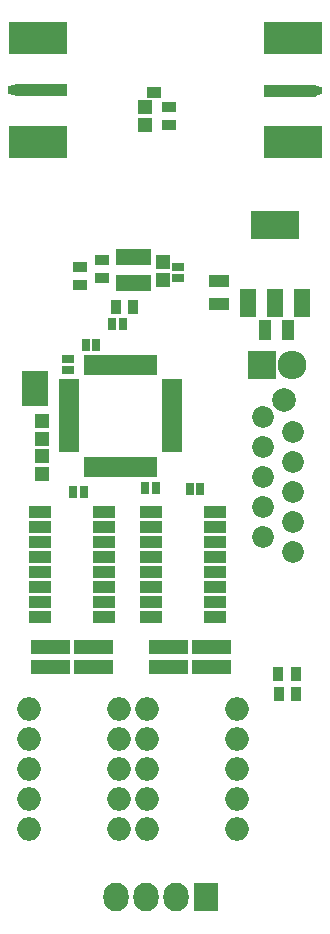
<source format=gts>
G04 #@! TF.FileFunction,Soldermask,Top*
%FSLAX46Y46*%
G04 Gerber Fmt 4.6, Leading zero omitted, Abs format (unit mm)*
G04 Created by KiCad (PCBNEW (2016-03-18 BZR 6629)-product) date Sa 16 Apr 2016 02:00:58 CEST*
%MOMM*%
G01*
G04 APERTURE LIST*
%ADD10C,0.100000*%
%ADD11O,2.000000X2.000000*%
%ADD12C,1.850000*%
%ADD13C,2.000000*%
%ADD14R,1.100000X1.700000*%
%ADD15R,1.700000X1.100000*%
%ADD16R,0.800000X1.000000*%
%ADD17R,1.000000X0.800000*%
%ADD18R,1.300000X0.900000*%
%ADD19R,0.900000X1.300000*%
%ADD20R,4.972000X2.813000*%
%ADD21R,4.471620X1.100000*%
%ADD22R,1.050000X1.460000*%
%ADD23R,4.057600X2.432000*%
%ADD24R,1.416000X2.432000*%
%ADD25R,1.700000X0.650000*%
%ADD26R,0.650000X1.700000*%
%ADD27R,0.700000X0.600000*%
%ADD28R,1.150000X1.200000*%
%ADD29R,2.200000X1.000000*%
%ADD30R,1.900000X1.000000*%
%ADD31R,0.849580X1.299160*%
%ADD32R,2.127200X2.432000*%
%ADD33O,2.127200X2.432000*%
%ADD34R,2.432000X2.432000*%
%ADD35O,2.432000X2.432000*%
G04 APERTURE END LIST*
D10*
D11*
X150350000Y-148900000D03*
X150350000Y-151440000D03*
X150350000Y-153980000D03*
X150350000Y-156520000D03*
X150350000Y-159060000D03*
X157970000Y-159060000D03*
X157970000Y-156520000D03*
X157970000Y-153980000D03*
X157970000Y-151440000D03*
X157970000Y-148900000D03*
D12*
X170180000Y-124160000D03*
X172720000Y-125430000D03*
X170180000Y-126700000D03*
X172720000Y-127970000D03*
X170180000Y-129240000D03*
X172720000Y-130510000D03*
X170180000Y-131780000D03*
X172720000Y-133050000D03*
X170180000Y-134320000D03*
X172720000Y-135590000D03*
D13*
X171980000Y-122760000D03*
D14*
X172300000Y-116800000D03*
X170400000Y-116800000D03*
D15*
X166475000Y-112700000D03*
X166475000Y-114600000D03*
D16*
X158322200Y-116333700D03*
X157422200Y-116333700D03*
D17*
X162972200Y-112383700D03*
X162972200Y-111483700D03*
D18*
X162200000Y-97950000D03*
X162200000Y-99450000D03*
X156572200Y-110883700D03*
X156572200Y-112383700D03*
D19*
X159222200Y-114833700D03*
X157722200Y-114833700D03*
D18*
X154672200Y-112983700D03*
X154672200Y-111483700D03*
D20*
X151140000Y-92120000D03*
D10*
G36*
X149548190Y-95990000D02*
X149548190Y-96990000D01*
X148647810Y-96790000D01*
X148647810Y-96190000D01*
X149548190Y-95990000D01*
X149548190Y-95990000D01*
G37*
D20*
X151140000Y-100920000D03*
D21*
X151384000Y-96490000D03*
D20*
X172710000Y-100920000D03*
D10*
G36*
X174301810Y-97050000D02*
X174301810Y-96050000D01*
X175202190Y-96250000D01*
X175202190Y-96850000D01*
X174301810Y-97050000D01*
X174301810Y-97050000D01*
G37*
D20*
X172710000Y-92120000D03*
D21*
X172466000Y-96550000D03*
D22*
X160172200Y-110658700D03*
X159222200Y-110658700D03*
X158272200Y-110658700D03*
X158272200Y-112858700D03*
X160172200Y-112858700D03*
X159222200Y-112858700D03*
D23*
X171182200Y-107896700D03*
D24*
X171182200Y-114500700D03*
X173468200Y-114500700D03*
X168896200Y-114500700D03*
D25*
X153772200Y-121333700D03*
X153772200Y-121833700D03*
X153772200Y-122333700D03*
X153772200Y-122833700D03*
X153772200Y-123333700D03*
X153772200Y-123833700D03*
X153772200Y-124333700D03*
X153772200Y-124833700D03*
X153772200Y-125333700D03*
X153772200Y-125833700D03*
X153772200Y-126333700D03*
X153772200Y-126833700D03*
D26*
X155372200Y-128433700D03*
X155872200Y-128433700D03*
X156372200Y-128433700D03*
X156872200Y-128433700D03*
X157372200Y-128433700D03*
X157872200Y-128433700D03*
X158372200Y-128433700D03*
X158872200Y-128433700D03*
X159372200Y-128433700D03*
X159872200Y-128433700D03*
X160372200Y-128433700D03*
X160872200Y-128433700D03*
D25*
X162472200Y-126833700D03*
X162472200Y-126333700D03*
X162472200Y-125833700D03*
X162472200Y-125333700D03*
X162472200Y-124833700D03*
X162472200Y-124333700D03*
X162472200Y-123833700D03*
X162472200Y-123333700D03*
X162472200Y-122833700D03*
X162472200Y-122333700D03*
X162472200Y-121833700D03*
X162472200Y-121333700D03*
D26*
X160872200Y-119733700D03*
X160372200Y-119733700D03*
X159872200Y-119733700D03*
X159372200Y-119733700D03*
X158872200Y-119733700D03*
X158372200Y-119733700D03*
X157872200Y-119733700D03*
X157372200Y-119733700D03*
X156872200Y-119733700D03*
X156372200Y-119733700D03*
X155872200Y-119733700D03*
X155372200Y-119733700D03*
D27*
X161250000Y-96495000D03*
X161250000Y-96945000D03*
X160750000Y-96945000D03*
X160750000Y-96495000D03*
D28*
X160200000Y-97950000D03*
X160200000Y-99450000D03*
X161700000Y-112550000D03*
X161700000Y-111050000D03*
X151450000Y-124550000D03*
X151450000Y-126050000D03*
D17*
X153650000Y-120175000D03*
X153650000Y-119275000D03*
D16*
X155200000Y-118050000D03*
X156100000Y-118050000D03*
X161100000Y-130200000D03*
X160200000Y-130200000D03*
D28*
X151450000Y-128975000D03*
X151450000Y-127475000D03*
D29*
X150900000Y-120825000D03*
X150900000Y-121775000D03*
X150900000Y-122725000D03*
D30*
X151300000Y-132205000D03*
X151300000Y-133475000D03*
X151300000Y-134745000D03*
X151300000Y-136015000D03*
X151300000Y-137285000D03*
X151300000Y-138555000D03*
X151300000Y-139825000D03*
X151300000Y-141095000D03*
X156700000Y-141095000D03*
X156700000Y-139825000D03*
X156700000Y-138555000D03*
X156700000Y-137285000D03*
X156700000Y-136015000D03*
X156700000Y-134745000D03*
X156700000Y-133475000D03*
X156700000Y-132205000D03*
D31*
X157051420Y-143649100D03*
X156251320Y-143649100D03*
X155451220Y-143649100D03*
X154651120Y-143649100D03*
X157051420Y-145350900D03*
X156251320Y-145350900D03*
X155451220Y-145350900D03*
X154651120Y-145350900D03*
X153401420Y-143649100D03*
X152601320Y-143649100D03*
X151801220Y-143649100D03*
X151001120Y-143649100D03*
X153401420Y-145350900D03*
X152601320Y-145350900D03*
X151801220Y-145350900D03*
X151001120Y-145350900D03*
D11*
X160350000Y-148900000D03*
X160350000Y-151440000D03*
X160350000Y-153980000D03*
X160350000Y-156520000D03*
X160350000Y-159060000D03*
X167970000Y-159060000D03*
X167970000Y-156520000D03*
X167970000Y-153980000D03*
X167970000Y-151440000D03*
X167970000Y-148900000D03*
D31*
X167051420Y-143649100D03*
X166251320Y-143649100D03*
X165451220Y-143649100D03*
X164651120Y-143649100D03*
X167051420Y-145350900D03*
X166251320Y-145350900D03*
X165451220Y-145350900D03*
X164651120Y-145350900D03*
X163401420Y-143649100D03*
X162601320Y-143649100D03*
X161801220Y-143649100D03*
X161001120Y-143649100D03*
X163401420Y-145350900D03*
X162601320Y-145350900D03*
X161801220Y-145350900D03*
X161001120Y-145350900D03*
D30*
X160750000Y-132255000D03*
X160750000Y-133525000D03*
X160750000Y-134795000D03*
X160750000Y-136065000D03*
X160750000Y-137335000D03*
X160750000Y-138605000D03*
X160750000Y-139875000D03*
X160750000Y-141145000D03*
X166150000Y-141145000D03*
X166150000Y-139875000D03*
X166150000Y-138605000D03*
X166150000Y-137335000D03*
X166150000Y-136065000D03*
X166150000Y-134795000D03*
X166150000Y-133525000D03*
X166150000Y-132255000D03*
D16*
X164900000Y-130250000D03*
X164000000Y-130250000D03*
X155025000Y-130550000D03*
X154125000Y-130550000D03*
D32*
X165400000Y-164850000D03*
D33*
X162860000Y-164850000D03*
X160320000Y-164850000D03*
X157780000Y-164850000D03*
D34*
X170150000Y-119775000D03*
D35*
X172690000Y-119775000D03*
D19*
X173010000Y-145970000D03*
X171510000Y-145970000D03*
X173020000Y-147650000D03*
X171520000Y-147650000D03*
M02*

</source>
